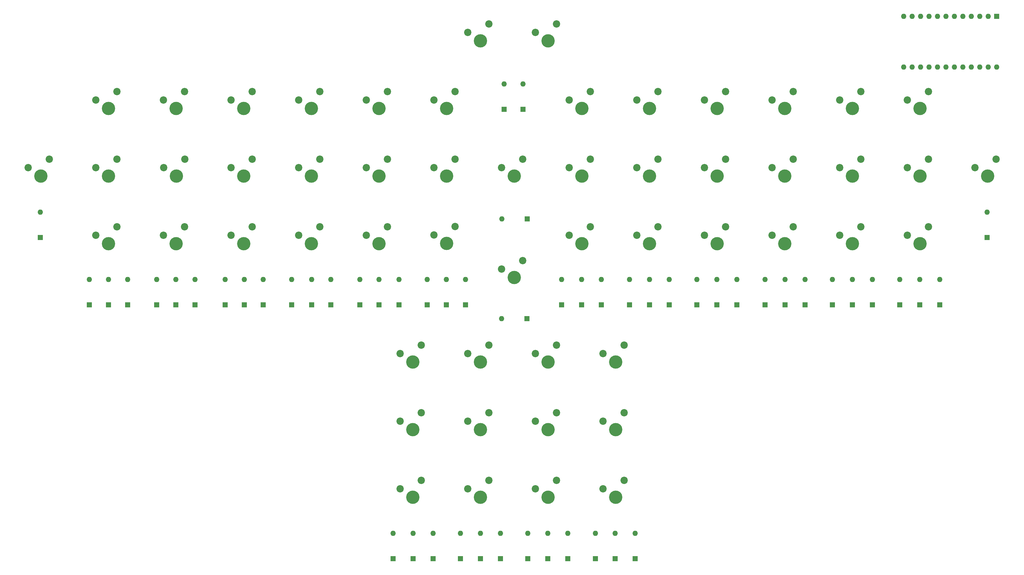
<source format=gts>
%TF.GenerationSoftware,KiCad,Pcbnew,(6.0.9)*%
%TF.CreationDate,2022-11-06T01:43:21-08:00*%
%TF.ProjectId,kb_pcb,6b625f70-6362-42e6-9b69-6361645f7063,rev?*%
%TF.SameCoordinates,Original*%
%TF.FileFunction,Soldermask,Top*%
%TF.FilePolarity,Negative*%
%FSLAX46Y46*%
G04 Gerber Fmt 4.6, Leading zero omitted, Abs format (unit mm)*
G04 Created by KiCad (PCBNEW (6.0.9)) date 2022-11-06 01:43:21*
%MOMM*%
%LPD*%
G01*
G04 APERTURE LIST*
%ADD10C,4.000000*%
%ADD11C,2.200000*%
%ADD12R,1.600000X1.600000*%
%ADD13O,1.600000X1.600000*%
G04 APERTURE END LIST*
D10*
X253000000Y-120000000D03*
D11*
X255540000Y-114920000D03*
X249190000Y-117460000D03*
D12*
X202250000Y-214620000D03*
D13*
X202250000Y-207000000D03*
D10*
X151400000Y-120000000D03*
D11*
X153940000Y-114920000D03*
X147590000Y-117460000D03*
D10*
X242840000Y-155560000D03*
D11*
X245380000Y-150480000D03*
X239030000Y-153020000D03*
D12*
X354500000Y-118120000D03*
D13*
X354500000Y-110500000D03*
D12*
X145500000Y-138370000D03*
D13*
X145500000Y-130750000D03*
D12*
X151500000Y-138370000D03*
D13*
X151500000Y-130750000D03*
D12*
X267250000Y-138370000D03*
D13*
X267250000Y-130750000D03*
D12*
X208250000Y-214620000D03*
D13*
X208250000Y-207000000D03*
D10*
X131080000Y-99680000D03*
D11*
X133620000Y-94600000D03*
X127270000Y-97140000D03*
D10*
X293640000Y-79360000D03*
D11*
X296180000Y-74280000D03*
X289830000Y-76820000D03*
D10*
X212380000Y-130160000D03*
D11*
X214920000Y-125080000D03*
X208570000Y-127620000D03*
D12*
X293750000Y-138370000D03*
D13*
X293750000Y-130750000D03*
D10*
X313960000Y-120000000D03*
D11*
X316500000Y-114920000D03*
X310150000Y-117460000D03*
D12*
X90500000Y-138370000D03*
D13*
X90500000Y-130750000D03*
D12*
X259000000Y-138370000D03*
D13*
X259000000Y-130750000D03*
D10*
X212360000Y-99680000D03*
D11*
X214900000Y-94600000D03*
X208550000Y-97140000D03*
D12*
X328250000Y-138370000D03*
D13*
X328250000Y-130750000D03*
D12*
X84750000Y-138370000D03*
D13*
X84750000Y-130750000D03*
D12*
X182000000Y-214620000D03*
D13*
X182000000Y-207000000D03*
D12*
X131250000Y-138370000D03*
D13*
X131250000Y-130750000D03*
D10*
X242840000Y-175880000D03*
D11*
X245380000Y-170800000D03*
X239030000Y-173340000D03*
D10*
X293640000Y-120000000D03*
D11*
X296180000Y-114920000D03*
X289830000Y-117460000D03*
D10*
X313960000Y-79360000D03*
D11*
X316500000Y-74280000D03*
X310150000Y-76820000D03*
D12*
X248750000Y-214620000D03*
D13*
X248750000Y-207000000D03*
D12*
X166000000Y-138370000D03*
D13*
X166000000Y-130750000D03*
D10*
X273320000Y-79360000D03*
D11*
X275860000Y-74280000D03*
X269510000Y-76820000D03*
D12*
X216500000Y-214620000D03*
D13*
X216500000Y-207000000D03*
D10*
X222520000Y-155560000D03*
D11*
X225060000Y-150480000D03*
X218710000Y-153020000D03*
D12*
X157250000Y-138370000D03*
D13*
X157250000Y-130750000D03*
D12*
X176000000Y-214620000D03*
D13*
X176000000Y-207000000D03*
D12*
X314000000Y-138370000D03*
D13*
X314000000Y-130750000D03*
D12*
X308000000Y-138370000D03*
D13*
X308000000Y-130750000D03*
D10*
X293640000Y-99680000D03*
D11*
X296180000Y-94600000D03*
X289830000Y-97140000D03*
D12*
X209360000Y-79560000D03*
D13*
X209360000Y-71940000D03*
D10*
X202200000Y-175880000D03*
D11*
X204740000Y-170800000D03*
X198390000Y-173340000D03*
D12*
X340250000Y-138370000D03*
D13*
X340250000Y-130750000D03*
D10*
X110880000Y-99680000D03*
D11*
X113420000Y-94600000D03*
X107070000Y-97140000D03*
D10*
X222520000Y-59040000D03*
D11*
X225060000Y-53960000D03*
X218710000Y-56500000D03*
D12*
X125500000Y-138370000D03*
D13*
X125500000Y-130750000D03*
D10*
X90440000Y-79360000D03*
D11*
X92980000Y-74280000D03*
X86630000Y-76820000D03*
D10*
X232680000Y-79360000D03*
D11*
X235220000Y-74280000D03*
X228870000Y-76820000D03*
D12*
X96250000Y-138370000D03*
D13*
X96250000Y-130750000D03*
D10*
X192040000Y-119880000D03*
D11*
X194580000Y-114800000D03*
X188230000Y-117340000D03*
D10*
X253000000Y-99680000D03*
D11*
X255540000Y-94600000D03*
X249190000Y-97140000D03*
D10*
X334280000Y-79360000D03*
D11*
X336820000Y-74280000D03*
X330470000Y-76820000D03*
D10*
X171720000Y-79360000D03*
D11*
X174260000Y-74280000D03*
X167910000Y-76820000D03*
D10*
X253000000Y-79360000D03*
D11*
X255540000Y-74280000D03*
X249190000Y-76820000D03*
D10*
X334280000Y-99680000D03*
D11*
X336820000Y-94600000D03*
X330470000Y-97140000D03*
D10*
X273320000Y-99680000D03*
D11*
X275860000Y-94600000D03*
X269510000Y-97140000D03*
D12*
X216310000Y-112500000D03*
D13*
X208690000Y-112500000D03*
D10*
X222520000Y-175880000D03*
D11*
X225060000Y-170800000D03*
X218710000Y-173340000D03*
D12*
X226600000Y-138370000D03*
D13*
X226600000Y-130750000D03*
D12*
X334250000Y-138370000D03*
D13*
X334250000Y-130750000D03*
D10*
X192040000Y-99680000D03*
D11*
X194580000Y-94600000D03*
X188230000Y-97140000D03*
D12*
X242750000Y-214620000D03*
D13*
X242750000Y-207000000D03*
D12*
X105000000Y-138370000D03*
D13*
X105000000Y-130750000D03*
D10*
X273320000Y-120000000D03*
D11*
X275860000Y-114920000D03*
X269510000Y-117460000D03*
D12*
X116500000Y-138370000D03*
D13*
X116500000Y-130750000D03*
X273250000Y-130750000D03*
D12*
X273250000Y-138370000D03*
D10*
X354600000Y-99680000D03*
D11*
X357140000Y-94600000D03*
X350790000Y-97140000D03*
D12*
X137000000Y-138370000D03*
D13*
X137000000Y-130750000D03*
D12*
X247000000Y-138370000D03*
D13*
X247000000Y-130750000D03*
D10*
X70120000Y-99680000D03*
D11*
X72660000Y-94600000D03*
X66310000Y-97140000D03*
D10*
X232680000Y-99680000D03*
D11*
X235220000Y-94600000D03*
X228870000Y-97140000D03*
D10*
X131080000Y-79360000D03*
D11*
X133620000Y-74280000D03*
X127270000Y-76820000D03*
D10*
X171720000Y-99680000D03*
D11*
X174260000Y-94600000D03*
X167910000Y-97140000D03*
D12*
X279250000Y-138370000D03*
D13*
X279250000Y-130750000D03*
D12*
X222500000Y-214620000D03*
D13*
X222500000Y-207000000D03*
D12*
X287750000Y-138370000D03*
D13*
X287750000Y-130750000D03*
D12*
X236750000Y-214620000D03*
D13*
X236750000Y-207000000D03*
D10*
X192040000Y-79360000D03*
D11*
X194580000Y-74280000D03*
X188230000Y-76820000D03*
D10*
X90440000Y-99680000D03*
D11*
X92980000Y-94600000D03*
X86630000Y-97140000D03*
D10*
X232680000Y-120000000D03*
D11*
X235220000Y-114920000D03*
X228870000Y-117460000D03*
D10*
X334280000Y-120000000D03*
D11*
X336820000Y-114920000D03*
X330470000Y-117460000D03*
D10*
X181880000Y-175880000D03*
D11*
X184420000Y-170800000D03*
X178070000Y-173340000D03*
D10*
X202200000Y-196200000D03*
D11*
X204740000Y-191120000D03*
X198390000Y-193660000D03*
D10*
X242840000Y-196200000D03*
D11*
X245380000Y-191120000D03*
X239030000Y-193660000D03*
D12*
X186250000Y-138370000D03*
D13*
X186250000Y-130750000D03*
D12*
X228500000Y-214620000D03*
D13*
X228500000Y-207000000D03*
D10*
X90440000Y-120000000D03*
D11*
X92980000Y-114920000D03*
X86630000Y-117460000D03*
D12*
X320000000Y-138370000D03*
D13*
X320000000Y-130750000D03*
D12*
X177750000Y-138370000D03*
D13*
X177750000Y-130750000D03*
D10*
X202200000Y-155560000D03*
D11*
X204740000Y-150480000D03*
X198390000Y-153020000D03*
D10*
X222520000Y-196200000D03*
D11*
X225060000Y-191120000D03*
X218710000Y-193660000D03*
D12*
X299750000Y-138370000D03*
D13*
X299750000Y-130750000D03*
D12*
X238600000Y-138370000D03*
D13*
X238600000Y-130750000D03*
D12*
X110750000Y-138370000D03*
D13*
X110750000Y-130750000D03*
D12*
X253000000Y-138370000D03*
D13*
X253000000Y-130750000D03*
D10*
X131080000Y-120000000D03*
D11*
X133620000Y-114920000D03*
X127270000Y-117460000D03*
D10*
X181880000Y-196200000D03*
D11*
X184420000Y-191120000D03*
X178070000Y-193660000D03*
D10*
X171720000Y-120000000D03*
D11*
X174260000Y-114920000D03*
X167910000Y-117460000D03*
D12*
X215000000Y-79560000D03*
D13*
X215000000Y-71940000D03*
D12*
X216250000Y-142500000D03*
D13*
X208630000Y-142500000D03*
D12*
X188000000Y-214620000D03*
D13*
X188000000Y-207000000D03*
D12*
X357350000Y-51630000D03*
D13*
X354810000Y-51630000D03*
X352270000Y-51630000D03*
X349730000Y-51630000D03*
X347190000Y-51630000D03*
X344650000Y-51630000D03*
X342110000Y-51630000D03*
X339570000Y-51630000D03*
X337030000Y-51630000D03*
X334490000Y-51630000D03*
X331950000Y-51630000D03*
X329410000Y-51630000D03*
X329410000Y-66870000D03*
X331950000Y-66870000D03*
X334490000Y-66870000D03*
X337030000Y-66870000D03*
X339570000Y-66870000D03*
X342110000Y-66870000D03*
X344650000Y-66870000D03*
X347190000Y-66870000D03*
X349730000Y-66870000D03*
X352270000Y-66870000D03*
X354810000Y-66870000D03*
X357350000Y-66870000D03*
D10*
X202200000Y-59040000D03*
D11*
X204740000Y-53960000D03*
X198390000Y-56500000D03*
D12*
X197750000Y-138370000D03*
D13*
X197750000Y-130750000D03*
D10*
X181880000Y-155560000D03*
D11*
X184420000Y-150480000D03*
X178070000Y-153020000D03*
D12*
X232600000Y-138370000D03*
D13*
X232600000Y-130750000D03*
D10*
X313960000Y-99680000D03*
D11*
X316500000Y-94600000D03*
X310150000Y-97140000D03*
D12*
X192000000Y-138370000D03*
D13*
X192000000Y-130750000D03*
D12*
X70000000Y-118120000D03*
D13*
X70000000Y-110500000D03*
D10*
X151400000Y-99680000D03*
D11*
X153940000Y-94600000D03*
X147590000Y-97140000D03*
D10*
X110760000Y-79360000D03*
D11*
X113300000Y-74280000D03*
X106950000Y-76820000D03*
D12*
X171750000Y-138370000D03*
D13*
X171750000Y-130750000D03*
D10*
X110760000Y-120000000D03*
D11*
X113300000Y-114920000D03*
X106950000Y-117460000D03*
D12*
X196250000Y-214620000D03*
D13*
X196250000Y-207000000D03*
D10*
X151400000Y-79360000D03*
D11*
X153940000Y-74280000D03*
X147590000Y-76820000D03*
M02*

</source>
